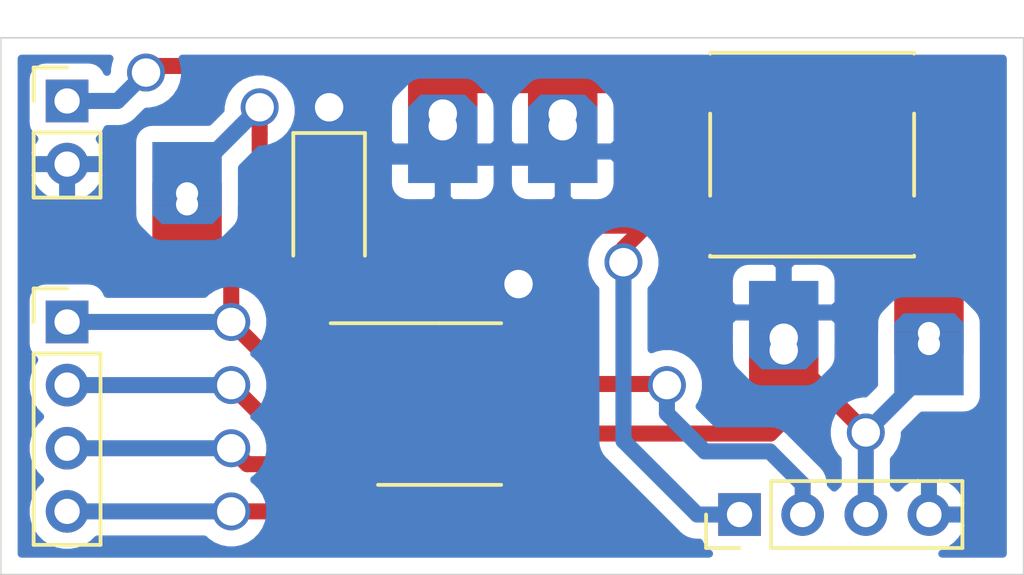
<source format=kicad_pcb>
(kicad_pcb (version 20171130) (host pcbnew "(5.1.5)-3")

  (general
    (thickness 1.6)
    (drawings 4)
    (tracks 76)
    (zones 0)
    (modules 11)
    (nets 11)
  )

  (page A4)
  (layers
    (0 F.Cu signal)
    (31 B.Cu signal)
    (32 B.Adhes user)
    (33 F.Adhes user)
    (34 B.Paste user)
    (35 F.Paste user)
    (36 B.SilkS user)
    (37 F.SilkS user)
    (38 B.Mask user)
    (39 F.Mask user)
    (40 Dwgs.User user hide)
    (41 Cmts.User user)
    (42 Eco1.User user)
    (43 Eco2.User user)
    (44 Edge.Cuts user)
    (45 Margin user)
    (46 B.CrtYd user)
    (47 F.CrtYd user)
    (48 B.Fab user)
    (49 F.Fab user hide)
  )

  (setup
    (last_trace_width 0.508)
    (user_trace_width 0.3048)
    (user_trace_width 0.508)
    (trace_clearance 0.254)
    (zone_clearance 0.508)
    (zone_45_only no)
    (trace_min 0.2)
    (via_size 1.2)
    (via_drill 0.9)
    (via_min_size 0.4)
    (via_min_drill 0.3)
    (user_via 1.2 0.9)
    (uvia_size 0.3)
    (uvia_drill 0.1)
    (uvias_allowed no)
    (uvia_min_size 0.2)
    (uvia_min_drill 0.1)
    (edge_width 0.05)
    (segment_width 0.2)
    (pcb_text_width 0.3)
    (pcb_text_size 1.5 1.5)
    (mod_edge_width 0.12)
    (mod_text_size 1 1)
    (mod_text_width 0.15)
    (pad_size 1.524 1.524)
    (pad_drill 0.762)
    (pad_to_mask_clearance 0.051)
    (solder_mask_min_width 0.25)
    (aux_axis_origin 0 0)
    (visible_elements 7FFFFFFF)
    (pcbplotparams
      (layerselection 0x010fc_ffffffff)
      (usegerberextensions false)
      (usegerberattributes false)
      (usegerberadvancedattributes false)
      (creategerberjobfile false)
      (excludeedgelayer true)
      (linewidth 0.100000)
      (plotframeref false)
      (viasonmask false)
      (mode 1)
      (useauxorigin false)
      (hpglpennumber 1)
      (hpglpenspeed 20)
      (hpglpendiameter 15.000000)
      (psnegative false)
      (psa4output false)
      (plotreference true)
      (plotvalue true)
      (plotinvisibletext false)
      (padsonsilk false)
      (subtractmaskfromsilk false)
      (outputformat 1)
      (mirror false)
      (drillshape 1)
      (scaleselection 1)
      (outputdirectory ""))
  )

  (net 0 "")
  (net 1 RST)
  (net 2 GND)
  (net 3 "Net-(C2-Pad1)")
  (net 4 VCC)
  (net 5 "Net-(J3-Pad4)")
  (net 6 "Net-(J3-Pad3)")
  (net 7 "Net-(J3-Pad2)")
  (net 8 "Net-(J3-Pad1)")
  (net 9 TST)
  (net 10 "Net-(D1-Pad2)")

  (net_class Default "This is the default net class."
    (clearance 0.254)
    (trace_width 0.254)
    (via_dia 1.2)
    (via_drill 0.9)
    (uvia_dia 0.3)
    (uvia_drill 0.1)
    (add_net GND)
    (add_net "Net-(C2-Pad1)")
    (add_net "Net-(D1-Pad2)")
    (add_net "Net-(J3-Pad1)")
    (add_net "Net-(J3-Pad2)")
    (add_net "Net-(J3-Pad3)")
    (add_net "Net-(J3-Pad4)")
    (add_net RST)
    (add_net TST)
    (add_net VCC)
  )

  (module thSMD:0603_2L (layer F.Cu) (tedit 5EC017AA) (tstamp 5EC08936)
    (at 82.5 51.7)
    (path /5EBF71E7)
    (zone_connect 1)
    (attr smd)
    (fp_text reference C1 (at 0 -2.5) (layer Dwgs.User)
      (effects (font (size 1 1) (thickness 0.15)))
    )
    (fp_text value 2.2nf (at 0 2.6) (layer Dwgs.User)
      (effects (font (size 1 1) (thickness 0.15)))
    )
    (fp_line (start -1.4 1.1) (end 1.4 1.1) (layer B.CrtYd) (width 0.12))
    (fp_poly (pts (xy 1.1 -0.4) (xy 1.1 0.4) (xy 0.7 0.8) (xy -0.7 0.8)
      (xy -1.1 0.4) (xy -1.1 -0.4)) (layer B.Cu) (width 0))
    (fp_line (start -1.4 1.1) (end -1.4 -2.3) (layer B.CrtYd) (width 0.12))
    (fp_line (start -1.4 -2.3) (end 1.4 -2.3) (layer B.CrtYd) (width 0.12))
    (fp_line (start 1.4 -2.3) (end 1.4 1.1) (layer B.CrtYd) (width 0.12))
    (fp_line (start -1.4 2.1) (end -1.4 -1.3) (layer F.CrtYd) (width 0.12))
    (fp_line (start 1.4 2.1) (end -1.4 2.1) (layer F.CrtYd) (width 0.12))
    (fp_line (start 1.4 -1.3) (end 1.4 2.1) (layer F.CrtYd) (width 0.12))
    (fp_line (start -1.4 -1.3) (end 1.4 -1.3) (layer F.CrtYd) (width 0.12))
    (fp_poly (pts (xy 1.1 -0.7) (xy 1.1 0.3) (xy -1.1 0.3) (xy -1.1 -0.7)
      (xy -0.6 -1.1) (xy 0.6 -1.1)) (layer F.Cu) (width 0))
    (fp_poly (pts (xy 1.1 0.4) (xy 0.7 0.8) (xy -0.7 0.8) (xy -1.1 0.4)
      (xy -1.1 -0.4) (xy 1.1 -0.4)) (layer B.Mask) (width 0))
    (fp_poly (pts (xy 1.1 -0.7) (xy 1.1 0.3) (xy -1.1 0.3) (xy -1.1 -0.7)
      (xy -0.6 -1.1) (xy 0.6 -1.1)) (layer F.Mask) (width 0))
    (pad 2 smd rect (at 0 -1.2) (size 2.2 1.6) (layers B.Cu B.Mask)
      (net 2 GND) (clearance 0.2) (zone_connect 1))
    (pad 1 smd rect (at 0 1.1) (size 2.2 1.6) (layers F.Cu F.Mask)
      (net 1 RST) (clearance 0.2) (zone_connect 1))
    (pad 1 thru_hole circle (at 0 0.2) (size 0.91 0.91) (drill 0.9) (layers *.Cu)
      (net 1 RST) (clearance 0.01) (zone_connect 2))
    (pad 1 thru_hole circle (at 0 -0.2) (size 0.91 0.91) (drill 0.9) (layers *.Cu)
      (net 1 RST) (clearance 0.01) (zone_connect 2))
  )

  (module thSMD:0603_2L (layer F.Cu) (tedit 5EC017AA) (tstamp 5EC0894A)
    (at 75.5 44.6 180)
    (path /5EBFDE1E)
    (zone_connect 1)
    (attr smd)
    (fp_text reference C2 (at 0 -2.5 180) (layer Dwgs.User)
      (effects (font (size 1 1) (thickness 0.15)))
    )
    (fp_text value 10uf (at 0 2.6 180) (layer Dwgs.User)
      (effects (font (size 1 1) (thickness 0.15)))
    )
    (fp_line (start -1.4 1.1) (end 1.4 1.1) (layer B.CrtYd) (width 0.12))
    (fp_poly (pts (xy 1.1 -0.4) (xy 1.1 0.4) (xy 0.7 0.8) (xy -0.7 0.8)
      (xy -1.1 0.4) (xy -1.1 -0.4)) (layer B.Cu) (width 0))
    (fp_line (start -1.4 1.1) (end -1.4 -2.3) (layer B.CrtYd) (width 0.12))
    (fp_line (start -1.4 -2.3) (end 1.4 -2.3) (layer B.CrtYd) (width 0.12))
    (fp_line (start 1.4 -2.3) (end 1.4 1.1) (layer B.CrtYd) (width 0.12))
    (fp_line (start -1.4 2.1) (end -1.4 -1.3) (layer F.CrtYd) (width 0.12))
    (fp_line (start 1.4 2.1) (end -1.4 2.1) (layer F.CrtYd) (width 0.12))
    (fp_line (start 1.4 -1.3) (end 1.4 2.1) (layer F.CrtYd) (width 0.12))
    (fp_line (start -1.4 -1.3) (end 1.4 -1.3) (layer F.CrtYd) (width 0.12))
    (fp_poly (pts (xy 1.1 -0.7) (xy 1.1 0.3) (xy -1.1 0.3) (xy -1.1 -0.7)
      (xy -0.6 -1.1) (xy 0.6 -1.1)) (layer F.Cu) (width 0))
    (fp_poly (pts (xy 1.1 0.4) (xy 0.7 0.8) (xy -0.7 0.8) (xy -1.1 0.4)
      (xy -1.1 -0.4) (xy 1.1 -0.4)) (layer B.Mask) (width 0))
    (fp_poly (pts (xy 1.1 -0.7) (xy 1.1 0.3) (xy -1.1 0.3) (xy -1.1 -0.7)
      (xy -0.6 -1.1) (xy 0.6 -1.1)) (layer F.Mask) (width 0))
    (pad 2 smd rect (at 0 -1.2 180) (size 2.2 1.6) (layers B.Cu B.Mask)
      (net 2 GND) (clearance 0.2) (zone_connect 1))
    (pad 1 smd rect (at 0 1.1 180) (size 2.2 1.6) (layers F.Cu F.Mask)
      (net 3 "Net-(C2-Pad1)") (clearance 0.2) (zone_connect 1))
    (pad 1 thru_hole circle (at 0 0.2 180) (size 0.91 0.91) (drill 0.9) (layers *.Cu)
      (net 3 "Net-(C2-Pad1)") (clearance 0.01) (zone_connect 2))
    (pad 1 thru_hole circle (at 0 -0.2 180) (size 0.91 0.91) (drill 0.9) (layers *.Cu)
      (net 3 "Net-(C2-Pad1)") (clearance 0.01) (zone_connect 2))
  )

  (module thSMD:0603_2L (layer F.Cu) (tedit 5EC017AA) (tstamp 5EC0895E)
    (at 71.7 44.6 180)
    (path /5EBFE26A)
    (zone_connect 1)
    (attr smd)
    (fp_text reference C3 (at 0 -2.5) (layer Dwgs.User)
      (effects (font (size 1 1) (thickness 0.15)))
    )
    (fp_text value 100nf (at 0 2.6) (layer Dwgs.User)
      (effects (font (size 1 1) (thickness 0.15)))
    )
    (fp_line (start -1.4 1.1) (end 1.4 1.1) (layer B.CrtYd) (width 0.12))
    (fp_poly (pts (xy 1.1 -0.4) (xy 1.1 0.4) (xy 0.7 0.8) (xy -0.7 0.8)
      (xy -1.1 0.4) (xy -1.1 -0.4)) (layer B.Cu) (width 0))
    (fp_line (start -1.4 1.1) (end -1.4 -2.3) (layer B.CrtYd) (width 0.12))
    (fp_line (start -1.4 -2.3) (end 1.4 -2.3) (layer B.CrtYd) (width 0.12))
    (fp_line (start 1.4 -2.3) (end 1.4 1.1) (layer B.CrtYd) (width 0.12))
    (fp_line (start -1.4 2.1) (end -1.4 -1.3) (layer F.CrtYd) (width 0.12))
    (fp_line (start 1.4 2.1) (end -1.4 2.1) (layer F.CrtYd) (width 0.12))
    (fp_line (start 1.4 -1.3) (end 1.4 2.1) (layer F.CrtYd) (width 0.12))
    (fp_line (start -1.4 -1.3) (end 1.4 -1.3) (layer F.CrtYd) (width 0.12))
    (fp_poly (pts (xy 1.1 -0.7) (xy 1.1 0.3) (xy -1.1 0.3) (xy -1.1 -0.7)
      (xy -0.6 -1.1) (xy 0.6 -1.1)) (layer F.Cu) (width 0))
    (fp_poly (pts (xy 1.1 0.4) (xy 0.7 0.8) (xy -0.7 0.8) (xy -1.1 0.4)
      (xy -1.1 -0.4) (xy 1.1 -0.4)) (layer B.Mask) (width 0))
    (fp_poly (pts (xy 1.1 -0.7) (xy 1.1 0.3) (xy -1.1 0.3) (xy -1.1 -0.7)
      (xy -0.6 -1.1) (xy 0.6 -1.1)) (layer F.Mask) (width 0))
    (pad 2 smd rect (at 0 -1.2 180) (size 2.2 1.6) (layers B.Cu B.Mask)
      (net 2 GND) (clearance 0.2) (zone_connect 1))
    (pad 1 smd rect (at 0 1.1 180) (size 2.2 1.6) (layers F.Cu F.Mask)
      (net 3 "Net-(C2-Pad1)") (clearance 0.2) (zone_connect 1))
    (pad 1 thru_hole circle (at 0 0.2 180) (size 0.91 0.91) (drill 0.9) (layers *.Cu)
      (net 3 "Net-(C2-Pad1)") (clearance 0.01) (zone_connect 2))
    (pad 1 thru_hole circle (at 0 -0.2 180) (size 0.91 0.91) (drill 0.9) (layers *.Cu)
      (net 3 "Net-(C2-Pad1)") (clearance 0.01) (zone_connect 2))
  )

  (module thSMD:0603_1L (layer F.Cu) (tedit 5EC0138A) (tstamp 5EC09D68)
    (at 87.1 51.525 180)
    (path /5EBF6DC2)
    (zone_connect 2)
    (attr smd)
    (fp_text reference R1 (at 0 -2.3) (layer Dwgs.User)
      (effects (font (size 1 1) (thickness 0.15)))
    )
    (fp_text value 47k (at 0 2.4) (layer Dwgs.User)
      (effects (font (size 1 1) (thickness 0.15)))
    )
    (fp_poly (pts (xy 1.1 0.5) (xy 0.8 0.8) (xy -0.8 0.8) (xy -1.1 0.5)
      (xy -1.1 0.2) (xy 1.1 0.2)) (layer B.Mask) (width 0))
    (fp_poly (pts (xy 1.1 -0.5) (xy 1.1 -0.2) (xy -1.1 -0.2) (xy -1.1 -0.5)
      (xy -0.7 -0.8) (xy 0.7 -0.8)) (layer F.Mask) (width 0))
    (fp_line (start -1.4 -0.9) (end 1.4 -0.9) (layer F.CrtYd) (width 0.12))
    (fp_line (start 1.4 -0.9) (end 1.4 2) (layer F.CrtYd) (width 0.12))
    (fp_line (start 1.4 2) (end -1.4 2) (layer F.CrtYd) (width 0.12))
    (fp_line (start -1.4 2) (end -1.4 -0.9) (layer F.CrtYd) (width 0.12))
    (fp_line (start 1.4 -2) (end 1.4 1) (layer B.CrtYd) (width 0.12))
    (fp_line (start -1.4 -2) (end 1.4 -2) (layer B.CrtYd) (width 0.12))
    (fp_line (start -1.4 1) (end -1.4 -2) (layer B.CrtYd) (width 0.12))
    (fp_line (start 1.4 1) (end -1.4 1) (layer B.CrtYd) (width 0.12))
    (fp_poly (pts (xy 1.1 -0.5) (xy 1.1 -0.2) (xy -1.1 -0.2) (xy -1.1 -0.5)
      (xy -0.7 -0.8) (xy 0.7 -0.8)) (layer F.Cu) (width 0))
    (fp_poly (pts (xy 1.1 0.5) (xy 0.8 0.8) (xy -0.8 0.8) (xy -1.1 0.5)
      (xy -1.1 0.2) (xy 1.1 0.2)) (layer B.Cu) (width 0))
    (pad 1 thru_hole circle (at 0 -0.175 180) (size 0.71 0.71) (drill 0.7) (layers *.Cu)
      (net 4 VCC) (clearance 0.01) (zone_connect 2))
    (pad 1 thru_hole circle (at 0 0.175 180) (size 0.71 0.71) (drill 0.7) (layers *.Cu)
      (net 4 VCC) (clearance 0.01) (zone_connect 2))
    (pad 2 smd rect (at 0 -0.8 180) (size 2.2 2) (layers B.Cu B.Mask)
      (net 1 RST) (zone_connect 0))
    (pad 1 smd rect (at 0 0.8 180) (size 2.2 2) (layers F.Cu F.Mask)
      (net 4 VCC) (zone_connect 0))
  )

  (module Button_Switch_SMD:SW_Push_1P1T_NO_6x6mm_H9.5mm (layer F.Cu) (tedit 5CA1CA7F) (tstamp 5EC05C50)
    (at 83.4 45.7)
    (descr "tactile push button, 6x6mm e.g. PTS645xx series, height=9.5mm")
    (tags "tact sw push 6mm smd")
    (path /5EC1A6E2)
    (attr smd)
    (fp_text reference SW1 (at 0 -4.05) (layer Dwgs.User)
      (effects (font (size 1 1) (thickness 0.15)))
    )
    (fp_text value SW_Push (at 0 4.15) (layer F.Fab)
      (effects (font (size 1 1) (thickness 0.15)))
    )
    (fp_text user %R (at 0 -4.05) (layer F.Fab)
      (effects (font (size 1 1) (thickness 0.15)))
    )
    (fp_line (start -3 -3) (end -3 3) (layer F.Fab) (width 0.1))
    (fp_line (start -3 3) (end 3 3) (layer F.Fab) (width 0.1))
    (fp_line (start 3 3) (end 3 -3) (layer F.Fab) (width 0.1))
    (fp_line (start 3 -3) (end -3 -3) (layer F.Fab) (width 0.1))
    (fp_line (start 5 3.25) (end 5 -3.25) (layer F.CrtYd) (width 0.05))
    (fp_line (start -5 -3.25) (end -5 3.25) (layer F.CrtYd) (width 0.05))
    (fp_line (start -5 3.25) (end 5 3.25) (layer F.CrtYd) (width 0.05))
    (fp_line (start -5 -3.25) (end 5 -3.25) (layer F.CrtYd) (width 0.05))
    (fp_line (start 3.23 -3.23) (end 3.23 -3.2) (layer F.SilkS) (width 0.12))
    (fp_line (start 3.23 3.23) (end 3.23 3.2) (layer F.SilkS) (width 0.12))
    (fp_line (start -3.23 3.23) (end -3.23 3.2) (layer F.SilkS) (width 0.12))
    (fp_line (start -3.23 -3.2) (end -3.23 -3.23) (layer F.SilkS) (width 0.12))
    (fp_line (start 3.23 -1.3) (end 3.23 1.3) (layer F.SilkS) (width 0.12))
    (fp_line (start -3.23 -3.23) (end 3.23 -3.23) (layer F.SilkS) (width 0.12))
    (fp_line (start -3.23 -1.3) (end -3.23 1.3) (layer F.SilkS) (width 0.12))
    (fp_line (start -3.23 3.23) (end 3.23 3.23) (layer F.SilkS) (width 0.12))
    (fp_circle (center 0 0) (end 1.75 -0.05) (layer F.Fab) (width 0.1))
    (pad 2 smd rect (at -3.975 2.25) (size 1.55 1.3) (layers F.Cu F.Paste F.Mask)
      (net 4 VCC))
    (pad 1 smd rect (at -3.975 -2.25) (size 1.55 1.3) (layers F.Cu F.Paste F.Mask)
      (net 3 "Net-(C2-Pad1)"))
    (pad 1 smd rect (at 3.975 -2.25) (size 1.55 1.3) (layers F.Cu F.Paste F.Mask)
      (net 3 "Net-(C2-Pad1)"))
    (pad 2 smd rect (at 3.975 2.25) (size 1.55 1.3) (layers F.Cu F.Paste F.Mask)
      (net 4 VCC))
    (model ${KISYS3DMOD}/Button_Switch_SMD.3dshapes/SW_PUSH_6mm_H9.5mm.wrl
      (at (xyz 0 0 0))
      (scale (xyz 1 1 1))
      (rotate (xyz 0 0 0))
    )
  )

  (module thSMD:PinHeader_1x02_P2.00mm_Vertical (layer F.Cu) (tedit 5EBFF819) (tstamp 5EC08972)
    (at 59.8 44)
    (descr "Through hole straight pin header, 1x02, 2.00mm pitch, single row")
    (tags "Through hole pin header THT 1x02 2.00mm single row")
    (path /5EBF7792)
    (fp_text reference J1 (at 0 -2.06) (layer Dwgs.User)
      (effects (font (size 1 1) (thickness 0.15)))
    )
    (fp_text value Power (at 0 4.06) (layer F.Fab)
      (effects (font (size 1 1) (thickness 0.15)))
    )
    (fp_line (start -0.5 -1) (end 1 -1) (layer F.Fab) (width 0.1))
    (fp_line (start 1 -1) (end 1 3) (layer F.Fab) (width 0.1))
    (fp_line (start 1 3) (end -1 3) (layer F.Fab) (width 0.1))
    (fp_line (start -1 3) (end -1 -0.5) (layer F.Fab) (width 0.1))
    (fp_line (start -1 -0.5) (end -0.5 -1) (layer F.Fab) (width 0.1))
    (fp_line (start -1.06 3.06) (end 1.06 3.06) (layer F.SilkS) (width 0.12))
    (fp_line (start -1.06 1) (end -1.06 3.06) (layer F.SilkS) (width 0.12))
    (fp_line (start 1.06 1) (end 1.06 3.06) (layer F.SilkS) (width 0.12))
    (fp_line (start -1.06 1) (end 1.06 1) (layer F.SilkS) (width 0.12))
    (fp_line (start -1.06 0) (end -1.06 -1.06) (layer F.SilkS) (width 0.12))
    (fp_line (start -1.06 -1.06) (end 0 -1.06) (layer F.SilkS) (width 0.12))
    (fp_line (start -1.5 -1.5) (end -1.5 3.5) (layer F.CrtYd) (width 0.05))
    (fp_line (start -1.5 3.5) (end 1.5 3.5) (layer F.CrtYd) (width 0.05))
    (fp_line (start 1.5 3.5) (end 1.5 -1.5) (layer F.CrtYd) (width 0.05))
    (fp_line (start 1.5 -1.5) (end -1.5 -1.5) (layer F.CrtYd) (width 0.05))
    (fp_text user %R (at 0 1 90) (layer F.Fab)
      (effects (font (size 1 1) (thickness 0.15)))
    )
    (pad 1 thru_hole rect (at 0 0) (size 1.35 1.35) (drill 0.8) (layers *.Mask B.Cu)
      (net 3 "Net-(C2-Pad1)"))
    (pad 2 thru_hole oval (at 0 2) (size 1.35 1.35) (drill 0.8) (layers *.Mask B.Cu)
      (net 2 GND))
    (model ${KISYS3DMOD}/Connector_PinHeader_2.00mm.3dshapes/PinHeader_1x02_P2.00mm_Vertical.wrl
      (at (xyz 0 0 0))
      (scale (xyz 1 1 1))
      (rotate (xyz 0 0 0))
    )
  )

  (module thSMD:PinHeader_1x04_P2.00mm_Vertical_BCu (layer F.Cu) (tedit 5EBFF87C) (tstamp 5EC08987)
    (at 81.1 57.1 90)
    (descr "Through hole straight pin header, 1x04, 2.00mm pitch, single row")
    (tags "Through hole pin header THT 1x04 2.00mm single row")
    (path /5EC03805)
    (fp_text reference J2 (at 0 -2.06 90) (layer Dwgs.User)
      (effects (font (size 1 1) (thickness 0.15)))
    )
    (fp_text value Programmer (at 2.8 8.06 90) (layer F.Fab)
      (effects (font (size 1 1) (thickness 0.15)))
    )
    (fp_text user %R (at 0 3 180) (layer F.Fab)
      (effects (font (size 1 1) (thickness 0.15)))
    )
    (fp_line (start 1.5 -1.5) (end -1.5 -1.5) (layer F.CrtYd) (width 0.05))
    (fp_line (start 1.5 7.5) (end 1.5 -1.5) (layer F.CrtYd) (width 0.05))
    (fp_line (start -1.5 7.5) (end 1.5 7.5) (layer F.CrtYd) (width 0.05))
    (fp_line (start -1.5 -1.5) (end -1.5 7.5) (layer F.CrtYd) (width 0.05))
    (fp_line (start -1.06 -1.06) (end 0 -1.06) (layer F.SilkS) (width 0.12))
    (fp_line (start -1.06 0) (end -1.06 -1.06) (layer F.SilkS) (width 0.12))
    (fp_line (start -1.06 1) (end 1.06 1) (layer F.SilkS) (width 0.12))
    (fp_line (start 1.06 1) (end 1.06 7.06) (layer F.SilkS) (width 0.12))
    (fp_line (start -1.06 1) (end -1.06 7.06) (layer F.SilkS) (width 0.12))
    (fp_line (start -1.06 7.06) (end 1.06 7.06) (layer F.SilkS) (width 0.12))
    (fp_line (start -1 -0.5) (end -0.5 -1) (layer F.Fab) (width 0.1))
    (fp_line (start -1 7) (end -1 -0.5) (layer F.Fab) (width 0.1))
    (fp_line (start 1 7) (end -1 7) (layer F.Fab) (width 0.1))
    (fp_line (start 1 -1) (end 1 7) (layer F.Fab) (width 0.1))
    (fp_line (start -0.5 -1) (end 1 -1) (layer F.Fab) (width 0.1))
    (pad 4 thru_hole oval (at 0 6 90) (size 1.35 1.35) (drill 0.8) (layers *.Mask B.Cu)
      (net 2 GND))
    (pad 3 thru_hole oval (at 0 4 90) (size 1.35 1.35) (drill 0.8) (layers *.Mask B.Cu)
      (net 1 RST))
    (pad 2 thru_hole oval (at 0 2 90) (size 1.35 1.35) (drill 0.8) (layers *.Mask B.Cu)
      (net 9 TST))
    (pad 1 thru_hole rect (at 0 0 90) (size 1.35 1.35) (drill 0.8) (layers *.Mask B.Cu)
      (net 4 VCC))
    (model ${KISYS3DMOD}/Connector_PinHeader_2.00mm.3dshapes/PinHeader_1x04_P2.00mm_Vertical.wrl
      (at (xyz 0 0 0))
      (scale (xyz 1 1 1))
      (rotate (xyz 0 0 0))
    )
  )

  (module thSMD:PinHeader_1x04_P2.00mm_Vertical_BCu (layer F.Cu) (tedit 5EBFF87C) (tstamp 5EC0899E)
    (at 59.8 51)
    (descr "Through hole straight pin header, 1x04, 2.00mm pitch, single row")
    (tags "Through hole pin header THT 1x04 2.00mm single row")
    (path /5EC117C6)
    (fp_text reference J3 (at 0 -2.06) (layer Dwgs.User)
      (effects (font (size 1 1) (thickness 0.15)))
    )
    (fp_text value GPIO (at 0 8.06) (layer F.Fab)
      (effects (font (size 1 1) (thickness 0.15)))
    )
    (fp_line (start -0.5 -1) (end 1 -1) (layer F.Fab) (width 0.1))
    (fp_line (start 1 -1) (end 1 7) (layer F.Fab) (width 0.1))
    (fp_line (start 1 7) (end -1 7) (layer F.Fab) (width 0.1))
    (fp_line (start -1 7) (end -1 -0.5) (layer F.Fab) (width 0.1))
    (fp_line (start -1 -0.5) (end -0.5 -1) (layer F.Fab) (width 0.1))
    (fp_line (start -1.06 7.06) (end 1.06 7.06) (layer F.SilkS) (width 0.12))
    (fp_line (start -1.06 1) (end -1.06 7.06) (layer F.SilkS) (width 0.12))
    (fp_line (start 1.06 1) (end 1.06 7.06) (layer F.SilkS) (width 0.12))
    (fp_line (start -1.06 1) (end 1.06 1) (layer F.SilkS) (width 0.12))
    (fp_line (start -1.06 0) (end -1.06 -1.06) (layer F.SilkS) (width 0.12))
    (fp_line (start -1.06 -1.06) (end 0 -1.06) (layer F.SilkS) (width 0.12))
    (fp_line (start -1.5 -1.5) (end -1.5 7.5) (layer F.CrtYd) (width 0.05))
    (fp_line (start -1.5 7.5) (end 1.5 7.5) (layer F.CrtYd) (width 0.05))
    (fp_line (start 1.5 7.5) (end 1.5 -1.5) (layer F.CrtYd) (width 0.05))
    (fp_line (start 1.5 -1.5) (end -1.5 -1.5) (layer F.CrtYd) (width 0.05))
    (fp_text user %R (at 0 3 270) (layer F.Fab)
      (effects (font (size 1 1) (thickness 0.15)))
    )
    (pad 1 thru_hole rect (at 0 0) (size 1.35 1.35) (drill 0.8) (layers *.Mask B.Cu)
      (net 8 "Net-(J3-Pad1)"))
    (pad 2 thru_hole oval (at 0 2) (size 1.35 1.35) (drill 0.8) (layers *.Mask B.Cu)
      (net 7 "Net-(J3-Pad2)"))
    (pad 3 thru_hole oval (at 0 4) (size 1.35 1.35) (drill 0.8) (layers *.Mask B.Cu)
      (net 6 "Net-(J3-Pad3)"))
    (pad 4 thru_hole oval (at 0 6) (size 1.35 1.35) (drill 0.8) (layers *.Mask B.Cu)
      (net 5 "Net-(J3-Pad4)"))
    (model ${KISYS3DMOD}/Connector_PinHeader_2.00mm.3dshapes/PinHeader_1x04_P2.00mm_Vertical.wrl
      (at (xyz 0 0 0))
      (scale (xyz 1 1 1))
      (rotate (xyz 0 0 0))
    )
  )

  (module Package_SO:SOIC-8_3.9x4.9mm_P1.27mm (layer F.Cu) (tedit 5D9F72B1) (tstamp 5EC08A12)
    (at 71.6 53.6)
    (descr "SOIC, 8 Pin (JEDEC MS-012AA, https://www.analog.com/media/en/package-pcb-resources/package/pkg_pdf/soic_narrow-r/r_8.pdf), generated with kicad-footprint-generator ipc_gullwing_generator.py")
    (tags "SOIC SO")
    (path /5EBF60C0)
    (attr smd)
    (fp_text reference U1 (at 0 -3.4) (layer Dwgs.User)
      (effects (font (size 1 1) (thickness 0.15)))
    )
    (fp_text value MSP430G2230ID (at 0 3.4) (layer F.Fab)
      (effects (font (size 1 1) (thickness 0.15)))
    )
    (fp_line (start 0 2.56) (end 1.95 2.56) (layer F.SilkS) (width 0.12))
    (fp_line (start 0 2.56) (end -1.95 2.56) (layer F.SilkS) (width 0.12))
    (fp_line (start 0 -2.56) (end 1.95 -2.56) (layer F.SilkS) (width 0.12))
    (fp_line (start 0 -2.56) (end -3.45 -2.56) (layer F.SilkS) (width 0.12))
    (fp_line (start -0.975 -2.45) (end 1.95 -2.45) (layer F.Fab) (width 0.1))
    (fp_line (start 1.95 -2.45) (end 1.95 2.45) (layer F.Fab) (width 0.1))
    (fp_line (start 1.95 2.45) (end -1.95 2.45) (layer F.Fab) (width 0.1))
    (fp_line (start -1.95 2.45) (end -1.95 -1.475) (layer F.Fab) (width 0.1))
    (fp_line (start -1.95 -1.475) (end -0.975 -2.45) (layer F.Fab) (width 0.1))
    (fp_line (start -3.7 -2.7) (end -3.7 2.7) (layer F.CrtYd) (width 0.05))
    (fp_line (start -3.7 2.7) (end 3.7 2.7) (layer F.CrtYd) (width 0.05))
    (fp_line (start 3.7 2.7) (end 3.7 -2.7) (layer F.CrtYd) (width 0.05))
    (fp_line (start 3.7 -2.7) (end -3.7 -2.7) (layer F.CrtYd) (width 0.05))
    (fp_text user %R (at 0 0) (layer F.Fab)
      (effects (font (size 0.98 0.98) (thickness 0.15)))
    )
    (pad 1 smd roundrect (at -2.475 -1.905) (size 1.95 0.6) (layers F.Cu F.Paste F.Mask) (roundrect_rratio 0.25)
      (net 4 VCC))
    (pad 2 smd roundrect (at -2.475 -0.635) (size 1.95 0.6) (layers F.Cu F.Paste F.Mask) (roundrect_rratio 0.25)
      (net 8 "Net-(J3-Pad1)"))
    (pad 3 smd roundrect (at -2.475 0.635) (size 1.95 0.6) (layers F.Cu F.Paste F.Mask) (roundrect_rratio 0.25)
      (net 7 "Net-(J3-Pad2)"))
    (pad 4 smd roundrect (at -2.475 1.905) (size 1.95 0.6) (layers F.Cu F.Paste F.Mask) (roundrect_rratio 0.25)
      (net 6 "Net-(J3-Pad3)"))
    (pad 5 smd roundrect (at 2.475 1.905) (size 1.95 0.6) (layers F.Cu F.Paste F.Mask) (roundrect_rratio 0.25)
      (net 5 "Net-(J3-Pad4)"))
    (pad 6 smd roundrect (at 2.475 0.635) (size 1.95 0.6) (layers F.Cu F.Paste F.Mask) (roundrect_rratio 0.25)
      (net 1 RST))
    (pad 7 smd roundrect (at 2.475 -0.635) (size 1.95 0.6) (layers F.Cu F.Paste F.Mask) (roundrect_rratio 0.25)
      (net 9 TST))
    (pad 8 smd roundrect (at 2.475 -1.905) (size 1.95 0.6) (layers F.Cu F.Paste F.Mask) (roundrect_rratio 0.25)
      (net 2 GND))
    (model ${KISYS3DMOD}/Package_SO.3dshapes/SOIC-8_3.9x4.9mm_P1.27mm.wrl
      (at (xyz 0 0 0))
      (scale (xyz 1 1 1))
      (rotate (xyz 0 0 0))
    )
  )

  (module LED_SMD:LED_1206_3216Metric (layer F.Cu) (tedit 5B301BBE) (tstamp 5EC0B43E)
    (at 68.1 47.3 270)
    (descr "LED SMD 1206 (3216 Metric), square (rectangular) end terminal, IPC_7351 nominal, (Body size source: http://www.tortai-tech.com/upload/download/2011102023233369053.pdf), generated with kicad-footprint-generator")
    (tags diode)
    (path /5EC52B43)
    (attr smd)
    (fp_text reference D1 (at 0 -1.82 90) (layer Dwgs.User)
      (effects (font (size 1 1) (thickness 0.15)))
    )
    (fp_text value LED (at 0 1.82 90) (layer F.Fab)
      (effects (font (size 1 1) (thickness 0.15)))
    )
    (fp_line (start 1.6 -0.8) (end -1.2 -0.8) (layer F.Fab) (width 0.1))
    (fp_line (start -1.2 -0.8) (end -1.6 -0.4) (layer F.Fab) (width 0.1))
    (fp_line (start -1.6 -0.4) (end -1.6 0.8) (layer F.Fab) (width 0.1))
    (fp_line (start -1.6 0.8) (end 1.6 0.8) (layer F.Fab) (width 0.1))
    (fp_line (start 1.6 0.8) (end 1.6 -0.8) (layer F.Fab) (width 0.1))
    (fp_line (start 1.6 -1.135) (end -2.285 -1.135) (layer F.SilkS) (width 0.12))
    (fp_line (start -2.285 -1.135) (end -2.285 1.135) (layer F.SilkS) (width 0.12))
    (fp_line (start -2.285 1.135) (end 1.6 1.135) (layer F.SilkS) (width 0.12))
    (fp_line (start -2.28 1.12) (end -2.28 -1.12) (layer F.CrtYd) (width 0.05))
    (fp_line (start -2.28 -1.12) (end 2.28 -1.12) (layer F.CrtYd) (width 0.05))
    (fp_line (start 2.28 -1.12) (end 2.28 1.12) (layer F.CrtYd) (width 0.05))
    (fp_line (start 2.28 1.12) (end -2.28 1.12) (layer F.CrtYd) (width 0.05))
    (fp_text user %R (at 0 0 90) (layer F.Fab)
      (effects (font (size 0.8 0.8) (thickness 0.12)))
    )
    (pad 1 smd roundrect (at -1.4 0 270) (size 1.25 1.75) (layers F.Cu F.Paste F.Mask) (roundrect_rratio 0.2)
      (net 2 GND))
    (pad 2 smd roundrect (at 1.4 0 270) (size 1.25 1.75) (layers F.Cu F.Paste F.Mask) (roundrect_rratio 0.2)
      (net 10 "Net-(D1-Pad2)"))
    (model ${KISYS3DMOD}/LED_SMD.3dshapes/LED_1206_3216Metric.wrl
      (at (xyz 0 0 0))
      (scale (xyz 1 1 1))
      (rotate (xyz 0 0 0))
    )
  )

  (module thSMD:0603_1L (layer F.Cu) (tedit 5EC0138A) (tstamp 5EC0B452)
    (at 63.6 47.1)
    (path /5EC551DF)
    (zone_connect 2)
    (attr smd)
    (fp_text reference R2 (at 0 -2.3 180) (layer Dwgs.User)
      (effects (font (size 1 1) (thickness 0.15)))
    )
    (fp_text value 220 (at 0 2.4 180) (layer Dwgs.User)
      (effects (font (size 1 1) (thickness 0.15)))
    )
    (fp_poly (pts (xy 1.1 0.5) (xy 0.8 0.8) (xy -0.8 0.8) (xy -1.1 0.5)
      (xy -1.1 0.2) (xy 1.1 0.2)) (layer B.Cu) (width 0))
    (fp_poly (pts (xy 1.1 -0.5) (xy 1.1 -0.2) (xy -1.1 -0.2) (xy -1.1 -0.5)
      (xy -0.7 -0.8) (xy 0.7 -0.8)) (layer F.Cu) (width 0))
    (fp_line (start 1.4 1) (end -1.4 1) (layer B.CrtYd) (width 0.12))
    (fp_line (start -1.4 1) (end -1.4 -2) (layer B.CrtYd) (width 0.12))
    (fp_line (start -1.4 -2) (end 1.4 -2) (layer B.CrtYd) (width 0.12))
    (fp_line (start 1.4 -2) (end 1.4 1) (layer B.CrtYd) (width 0.12))
    (fp_line (start -1.4 2) (end -1.4 -0.9) (layer F.CrtYd) (width 0.12))
    (fp_line (start 1.4 2) (end -1.4 2) (layer F.CrtYd) (width 0.12))
    (fp_line (start 1.4 -0.9) (end 1.4 2) (layer F.CrtYd) (width 0.12))
    (fp_line (start -1.4 -0.9) (end 1.4 -0.9) (layer F.CrtYd) (width 0.12))
    (fp_poly (pts (xy 1.1 -0.5) (xy 1.1 -0.2) (xy -1.1 -0.2) (xy -1.1 -0.5)
      (xy -0.7 -0.8) (xy 0.7 -0.8)) (layer F.Mask) (width 0))
    (fp_poly (pts (xy 1.1 0.5) (xy 0.8 0.8) (xy -0.8 0.8) (xy -1.1 0.5)
      (xy -1.1 0.2) (xy 1.1 0.2)) (layer B.Mask) (width 0))
    (pad 1 smd rect (at 0 0.8) (size 2.2 2) (layers F.Cu F.Mask)
      (net 8 "Net-(J3-Pad1)") (zone_connect 0))
    (pad 2 smd rect (at 0 -0.8) (size 2.2 2) (layers B.Cu B.Mask)
      (net 10 "Net-(D1-Pad2)") (zone_connect 0))
    (pad 1 thru_hole circle (at 0 0.175) (size 0.71 0.71) (drill 0.7) (layers *.Cu)
      (net 8 "Net-(J3-Pad1)") (clearance 0.01) (zone_connect 2))
    (pad 1 thru_hole circle (at 0 -0.175) (size 0.71 0.71) (drill 0.7) (layers *.Cu)
      (net 8 "Net-(J3-Pad1)") (clearance 0.01) (zone_connect 2))
  )

  (gr_line (start 57.7 59) (end 57.7 42) (layer Edge.Cuts) (width 0.05) (tstamp 5EC06E7C))
  (gr_line (start 90.1 59) (end 57.7 59) (layer Edge.Cuts) (width 0.05) (tstamp 5EC0B524))
  (gr_line (start 90.1 42) (end 90.1 59) (layer Edge.Cuts) (width 0.05))
  (gr_line (start 57.7 42) (end 90.1 42) (layer Edge.Cuts) (width 0.05))

  (via (at 85.1 54.5) (size 1.2) (drill 0.9) (layers F.Cu B.Cu) (net 1))
  (segment (start 82.5 52.6) (end 83.2 52.6) (width 0.508) (layer F.Cu) (net 1))
  (segment (start 83.2 52.6) (end 85.1 54.5) (width 0.508) (layer F.Cu) (net 1))
  (segment (start 85.1 54.5) (end 85.1 57.1) (width 0.508) (layer B.Cu) (net 1))
  (segment (start 82.5 54.108) (end 82.5 52.6) (width 0.508) (layer F.Cu) (net 1))
  (segment (start 82.073 54.535) (end 82.5 54.108) (width 0.508) (layer F.Cu) (net 1))
  (segment (start 74.375 54.535) (end 82.073 54.535) (width 0.508) (layer F.Cu) (net 1))
  (segment (start 74.075 54.235) (end 74.375 54.535) (width 0.508) (layer F.Cu) (net 1))
  (segment (start 87.036999 52.563001) (end 87.1 52.563001) (width 0.508) (layer B.Cu) (net 1))
  (segment (start 85.1 54.5) (end 87.036999 52.563001) (width 0.508) (layer B.Cu) (net 1))
  (via (at 68.1 44.2) (size 1.2) (drill 0.9) (layers F.Cu B.Cu) (net 2))
  (segment (start 68.1 45.9) (end 68.1 44.2) (width 0.508) (layer F.Cu) (net 2))
  (segment (start 69.663001 45.763001) (end 71.7 45.763001) (width 0.508) (layer B.Cu) (net 2))
  (segment (start 68.1 44.2) (end 69.663001 45.763001) (width 0.508) (layer B.Cu) (net 2))
  (via (at 74.1 49.8) (size 1.2) (drill 0.9) (layers F.Cu B.Cu) (net 2))
  (segment (start 74.075 51.695) (end 74.075 49.825) (width 0.508) (layer F.Cu) (net 2))
  (segment (start 74.075 49.825) (end 74.1 49.8) (width 0.508) (layer F.Cu) (net 2))
  (segment (start 71.7 45.8) (end 75.5 45.8) (width 0.508) (layer B.Cu) (net 2))
  (via (at 62.300002 43.1) (size 1.2) (drill 0.9) (layers F.Cu B.Cu) (net 3))
  (segment (start 61.400002 44) (end 62.300002 43.1) (width 0.508) (layer B.Cu) (net 3))
  (segment (start 59.8 44) (end 61.400002 44) (width 0.508) (layer B.Cu) (net 3))
  (segment (start 71.7 43.5) (end 75.5 43.5) (width 0.508) (layer F.Cu) (net 3))
  (segment (start 79.375 43.5) (end 79.425 43.45) (width 0.508) (layer F.Cu) (net 3))
  (segment (start 75.5 43.5) (end 79.375 43.5) (width 0.508) (layer F.Cu) (net 3))
  (segment (start 62.508004 42.891998) (end 62.300002 43.1) (width 0.508) (layer F.Cu) (net 3))
  (segment (start 71.7 43.7) (end 70.891998 42.891998) (width 0.508) (layer F.Cu) (net 3))
  (segment (start 70.891998 42.891998) (end 62.508004 42.891998) (width 0.508) (layer F.Cu) (net 3))
  (segment (start 79.425 47.95) (end 78.142 47.95) (width 0.508) (layer F.Cu) (net 4))
  (segment (start 78.142 47.95) (end 77.423239 48.668761) (width 0.508) (layer F.Cu) (net 4))
  (via (at 77.423239 49.107096) (size 1.2) (drill 0.9) (layers F.Cu B.Cu) (net 4))
  (segment (start 77.423239 48.668761) (end 77.423239 49.107096) (width 0.508) (layer F.Cu) (net 4))
  (segment (start 87.375 50.95) (end 87.1 51.225) (width 0.508) (layer F.Cu) (net 4))
  (segment (start 77.423239 54.763083) (end 77.423239 49.955624) (width 0.508) (layer B.Cu) (net 4))
  (segment (start 77.423239 49.955624) (end 77.423239 49.107096) (width 0.508) (layer B.Cu) (net 4))
  (segment (start 81.1 57.1) (end 79.760156 57.1) (width 0.508) (layer B.Cu) (net 4))
  (segment (start 79.760156 57.1) (end 77.423239 54.763083) (width 0.508) (layer B.Cu) (net 4))
  (segment (start 79.425 47.95) (end 73.65 47.95) (width 0.508) (layer F.Cu) (net 4))
  (segment (start 69.905 51.695) (end 69.125 51.695) (width 0.508) (layer F.Cu) (net 4))
  (segment (start 73.65 47.95) (end 69.905 51.695) (width 0.508) (layer F.Cu) (net 4))
  (segment (start 87.375 50.45) (end 87.1 50.725) (width 0.508) (layer F.Cu) (net 4))
  (segment (start 87.375 47.95) (end 87.375 50.45) (width 0.508) (layer F.Cu) (net 4))
  (via (at 65 57) (size 1.2) (drill 0.9) (layers F.Cu B.Cu) (net 5))
  (segment (start 72.58 57) (end 74.075 55.505) (width 0.508) (layer F.Cu) (net 5))
  (segment (start 65 57) (end 72.58 57) (width 0.508) (layer F.Cu) (net 5))
  (segment (start 59.8 57) (end 65 57) (width 0.508) (layer B.Cu) (net 5))
  (via (at 65 55) (size 1.2) (drill 0.9) (layers F.Cu B.Cu) (net 6))
  (segment (start 65.505 55.505) (end 65 55) (width 0.508) (layer F.Cu) (net 6))
  (segment (start 69.125 55.505) (end 65.505 55.505) (width 0.508) (layer F.Cu) (net 6))
  (segment (start 65 55) (end 59.8 55) (width 0.508) (layer B.Cu) (net 6))
  (via (at 65 53) (size 1.2) (drill 0.9) (layers F.Cu B.Cu) (net 7))
  (segment (start 66.235 54.235) (end 65 53) (width 0.508) (layer F.Cu) (net 7))
  (segment (start 69.125 54.235) (end 66.235 54.235) (width 0.508) (layer F.Cu) (net 7))
  (segment (start 65 53) (end 59.8 53) (width 0.508) (layer B.Cu) (net 7))
  (via (at 65.000001 51) (size 1.2) (drill 0.9) (layers F.Cu B.Cu) (net 8))
  (segment (start 59.8 51) (end 65.000001 51) (width 0.508) (layer B.Cu) (net 8))
  (segment (start 69.125 52.965) (end 66.965001 52.965) (width 0.508) (layer F.Cu) (net 8))
  (segment (start 65.6 51.599999) (end 65.000001 51) (width 0.508) (layer F.Cu) (net 8))
  (segment (start 66.965001 52.965) (end 65.6 51.599999) (width 0.508) (layer F.Cu) (net 8))
  (segment (start 65.000001 49.300001) (end 63.6 47.9) (width 0.508) (layer F.Cu) (net 8))
  (segment (start 65.000001 51) (end 65.000001 49.300001) (width 0.508) (layer F.Cu) (net 8))
  (via (at 78.8 53.000004) (size 1.2) (drill 0.9) (layers F.Cu B.Cu) (net 9))
  (segment (start 78.764996 52.965) (end 78.8 53.000004) (width 0.508) (layer F.Cu) (net 9))
  (segment (start 74.075 52.965) (end 78.764996 52.965) (width 0.508) (layer F.Cu) (net 9))
  (segment (start 78.8 53.9) (end 78.8 53.000004) (width 0.508) (layer B.Cu) (net 9))
  (segment (start 80 55.1) (end 78.8 53.9) (width 0.508) (layer B.Cu) (net 9))
  (segment (start 82.054594 55.1) (end 80 55.1) (width 0.508) (layer B.Cu) (net 9))
  (segment (start 83.1 57.1) (end 83.1 56.145406) (width 0.508) (layer B.Cu) (net 9))
  (segment (start 83.1 56.145406) (end 82.054594 55.1) (width 0.508) (layer B.Cu) (net 9))
  (segment (start 65.9 45.04853) (end 65.9 44.200002) (width 0.508) (layer F.Cu) (net 10))
  (via (at 65.9 44.200002) (size 1.2) (drill 0.9) (layers F.Cu B.Cu) (net 10))
  (segment (start 63.6 46.061999) (end 64.038003 46.061999) (width 0.508) (layer B.Cu) (net 10))
  (segment (start 65.9 47.375) (end 65.9 45.04853) (width 0.508) (layer F.Cu) (net 10))
  (segment (start 65.300001 44.800001) (end 65.9 44.200002) (width 0.508) (layer B.Cu) (net 10))
  (segment (start 68.1 48.7) (end 67.225 48.7) (width 0.508) (layer F.Cu) (net 10))
  (segment (start 64.038003 46.061999) (end 65.300001 44.800001) (width 0.508) (layer B.Cu) (net 10))
  (segment (start 67.225 48.7) (end 65.9 47.375) (width 0.508) (layer F.Cu) (net 10))

  (zone (net 2) (net_name GND) (layer B.Cu) (tstamp 5EC0A16E) (hatch edge 0.508)
    (connect_pads (clearance 0.508))
    (min_thickness 0.254)
    (fill yes (arc_segments 32) (thermal_gap 0.508) (thermal_bridge_width 0.508))
    (polygon
      (pts
        (xy 89.9 59) (xy 57.7 59) (xy 57.7 42) (xy 89.9 42)
      )
    )
    (filled_polygon
      (pts
        (xy 61.112462 42.739764) (xy 61.065002 42.978363) (xy 61.065002 43.077765) (xy 61.063612 43.079155) (xy 61.005537 42.970506)
        (xy 60.926185 42.873815) (xy 60.829494 42.794463) (xy 60.71918 42.735498) (xy 60.599482 42.699188) (xy 60.475 42.686928)
        (xy 59.125 42.686928) (xy 59.000518 42.699188) (xy 58.88082 42.735498) (xy 58.770506 42.794463) (xy 58.673815 42.873815)
        (xy 58.594463 42.970506) (xy 58.535498 43.08082) (xy 58.499188 43.200518) (xy 58.486928 43.325) (xy 58.486928 44.675)
        (xy 58.499188 44.799482) (xy 58.535498 44.91918) (xy 58.594463 45.029494) (xy 58.673815 45.126185) (xy 58.767559 45.203119)
        (xy 58.670527 45.336371) (xy 58.562762 45.569472) (xy 58.53209 45.6706) (xy 58.655776 45.873) (xy 59.673 45.873)
        (xy 59.673 45.853) (xy 59.927 45.853) (xy 59.927 45.873) (xy 60.944224 45.873) (xy 61.06791 45.6706)
        (xy 61.037238 45.569472) (xy 60.929473 45.336371) (xy 60.902989 45.3) (xy 61.861928 45.3) (xy 61.861928 47.3)
        (xy 61.865 47.331192) (xy 61.865 47.6) (xy 61.870727 47.658406) (xy 61.875836 47.716809) (xy 61.876767 47.720013)
        (xy 61.877093 47.723339) (xy 61.894063 47.779548) (xy 61.910412 47.835819) (xy 61.911947 47.83878) (xy 61.912913 47.84198)
        (xy 61.940462 47.893793) (xy 61.967444 47.945846) (xy 61.969527 47.948456) (xy 61.971095 47.951404) (xy 62.008165 47.996857)
        (xy 62.044762 48.0427) (xy 62.049347 48.04735) (xy 62.049423 48.047443) (xy 62.049509 48.047514) (xy 62.050987 48.049013)
        (xy 62.350987 48.349013) (xy 62.396365 48.386287) (xy 62.441246 48.423947) (xy 62.444168 48.425553) (xy 62.446752 48.427676)
        (xy 62.498516 48.455431) (xy 62.549847 48.483651) (xy 62.553026 48.48466) (xy 62.555972 48.486239) (xy 62.612068 48.503389)
        (xy 62.667976 48.521124) (xy 62.671297 48.521497) (xy 62.674488 48.522472) (xy 62.732816 48.528397) (xy 62.791134 48.534938)
        (xy 62.797662 48.534984) (xy 62.797784 48.534996) (xy 62.797897 48.534985) (xy 62.8 48.535) (xy 64.4 48.535)
        (xy 64.458406 48.529273) (xy 64.516809 48.524164) (xy 64.520013 48.523233) (xy 64.523339 48.522907) (xy 64.579548 48.505937)
        (xy 64.635819 48.489588) (xy 64.63878 48.488053) (xy 64.64198 48.487087) (xy 64.693793 48.459538) (xy 64.745846 48.432556)
        (xy 64.748456 48.430473) (xy 64.751404 48.428905) (xy 64.796857 48.391835) (xy 64.8427 48.355238) (xy 64.84735 48.350653)
        (xy 64.847443 48.350577) (xy 64.847514 48.350491) (xy 64.849013 48.349013) (xy 65.149013 48.049013) (xy 65.186287 48.003635)
        (xy 65.223947 47.958754) (xy 65.225553 47.955832) (xy 65.227676 47.953248) (xy 65.255431 47.901484) (xy 65.283651 47.850153)
        (xy 65.28466 47.846974) (xy 65.286239 47.844028) (xy 65.303389 47.787932) (xy 65.321124 47.732024) (xy 65.321497 47.728703)
        (xy 65.322472 47.725512) (xy 65.328397 47.667184) (xy 65.334938 47.608866) (xy 65.334984 47.602338) (xy 65.334996 47.602216)
        (xy 65.334985 47.602103) (xy 65.335 47.6) (xy 65.335 47.331192) (xy 65.338072 47.3) (xy 65.338072 46.119163)
        (xy 65.922236 45.535) (xy 66.021637 45.535) (xy 66.260236 45.48754) (xy 66.484992 45.394443) (xy 66.687267 45.259287)
        (xy 66.859287 45.087267) (xy 66.994443 44.884992) (xy 67.08754 44.660236) (xy 67.099521 44.6) (xy 69.961928 44.6)
        (xy 69.965 45.31425) (xy 70.12375 45.473) (xy 70.838753 45.473) (xy 70.853342 45.494834) (xy 71.005166 45.646658)
        (xy 71.125406 45.727) (xy 70.12375 45.727) (xy 69.965 45.88575) (xy 69.961928 46.6) (xy 69.974188 46.724482)
        (xy 70.010498 46.84418) (xy 70.069463 46.954494) (xy 70.148815 47.051185) (xy 70.245506 47.130537) (xy 70.35582 47.189502)
        (xy 70.475518 47.225812) (xy 70.6 47.238072) (xy 71.41425 47.235) (xy 71.573 47.07625) (xy 71.573 45.886093)
        (xy 71.592644 45.89) (xy 71.807356 45.89) (xy 71.827 45.886093) (xy 71.827 47.07625) (xy 71.98575 47.235)
        (xy 72.8 47.238072) (xy 72.924482 47.225812) (xy 73.04418 47.189502) (xy 73.154494 47.130537) (xy 73.251185 47.051185)
        (xy 73.330537 46.954494) (xy 73.389502 46.84418) (xy 73.425812 46.724482) (xy 73.438072 46.6) (xy 73.435 45.88575)
        (xy 73.27625 45.727) (xy 72.274594 45.727) (xy 72.394834 45.646658) (xy 72.546658 45.494834) (xy 72.561247 45.473)
        (xy 73.27625 45.473) (xy 73.435 45.31425) (xy 73.438072 44.6) (xy 73.761928 44.6) (xy 73.765 45.31425)
        (xy 73.92375 45.473) (xy 74.638753 45.473) (xy 74.653342 45.494834) (xy 74.805166 45.646658) (xy 74.925406 45.727)
        (xy 73.92375 45.727) (xy 73.765 45.88575) (xy 73.761928 46.6) (xy 73.774188 46.724482) (xy 73.810498 46.84418)
        (xy 73.869463 46.954494) (xy 73.948815 47.051185) (xy 74.045506 47.130537) (xy 74.15582 47.189502) (xy 74.275518 47.225812)
        (xy 74.4 47.238072) (xy 75.21425 47.235) (xy 75.373 47.07625) (xy 75.373 45.886093) (xy 75.392644 45.89)
        (xy 75.607356 45.89) (xy 75.627 45.886093) (xy 75.627 47.07625) (xy 75.78575 47.235) (xy 76.6 47.238072)
        (xy 76.724482 47.225812) (xy 76.84418 47.189502) (xy 76.954494 47.130537) (xy 77.051185 47.051185) (xy 77.130537 46.954494)
        (xy 77.189502 46.84418) (xy 77.225812 46.724482) (xy 77.238072 46.6) (xy 77.235 45.88575) (xy 77.07625 45.727)
        (xy 76.074594 45.727) (xy 76.194834 45.646658) (xy 76.346658 45.494834) (xy 76.361247 45.473) (xy 77.07625 45.473)
        (xy 77.235 45.31425) (xy 77.238072 44.6) (xy 77.235 44.568808) (xy 77.235 44.2) (xy 77.229274 44.141598)
        (xy 77.224164 44.083191) (xy 77.223233 44.079987) (xy 77.222907 44.076661) (xy 77.205937 44.020452) (xy 77.189588 43.964181)
        (xy 77.188053 43.96122) (xy 77.187087 43.95802) (xy 77.159538 43.906207) (xy 77.132556 43.854154) (xy 77.130473 43.851544)
        (xy 77.128905 43.848596) (xy 77.091835 43.803143) (xy 77.055238 43.7573) (xy 77.050653 43.75265) (xy 77.050577 43.752557)
        (xy 77.050491 43.752486) (xy 77.049013 43.750987) (xy 76.649013 43.350987) (xy 76.603635 43.313713) (xy 76.558754 43.276053)
        (xy 76.555832 43.274447) (xy 76.553248 43.272324) (xy 76.501503 43.244579) (xy 76.450153 43.216349) (xy 76.446971 43.21534)
        (xy 76.444027 43.213761) (xy 76.387946 43.196616) (xy 76.332024 43.178876) (xy 76.328703 43.178503) (xy 76.325512 43.177528)
        (xy 76.267184 43.171603) (xy 76.208866 43.165062) (xy 76.202338 43.165016) (xy 76.202216 43.165004) (xy 76.202103 43.165015)
        (xy 76.2 43.165) (xy 74.8 43.165) (xy 74.741598 43.170726) (xy 74.683191 43.175836) (xy 74.679987 43.176767)
        (xy 74.676661 43.177093) (xy 74.620452 43.194063) (xy 74.564181 43.210412) (xy 74.56122 43.211947) (xy 74.55802 43.212913)
        (xy 74.506207 43.240462) (xy 74.454154 43.267444) (xy 74.451544 43.269527) (xy 74.448596 43.271095) (xy 74.403143 43.308165)
        (xy 74.3573 43.344762) (xy 74.35265 43.349347) (xy 74.352557 43.349423) (xy 74.352486 43.349509) (xy 74.350987 43.350987)
        (xy 73.950987 43.750987) (xy 73.913713 43.796365) (xy 73.876053 43.841246) (xy 73.874447 43.844168) (xy 73.872324 43.846752)
        (xy 73.844579 43.898497) (xy 73.816349 43.949847) (xy 73.81534 43.953029) (xy 73.813761 43.955973) (xy 73.796616 44.012054)
        (xy 73.778876 44.067976) (xy 73.778503 44.071297) (xy 73.777528 44.074488) (xy 73.771603 44.132816) (xy 73.765062 44.191134)
        (xy 73.765016 44.197662) (xy 73.765004 44.197784) (xy 73.765015 44.197897) (xy 73.765 44.2) (xy 73.765 44.568808)
        (xy 73.761928 44.6) (xy 73.438072 44.6) (xy 73.435 44.568808) (xy 73.435 44.2) (xy 73.429274 44.141598)
        (xy 73.424164 44.083191) (xy 73.423233 44.079987) (xy 73.422907 44.076661) (xy 73.405937 44.020452) (xy 73.389588 43.964181)
        (xy 73.388053 43.96122) (xy 73.387087 43.95802) (xy 73.359538 43.906207) (xy 73.332556 43.854154) (xy 73.330473 43.851544)
        (xy 73.328905 43.848596) (xy 73.291835 43.803143) (xy 73.255238 43.7573) (xy 73.250653 43.75265) (xy 73.250577 43.752557)
        (xy 73.250491 43.752486) (xy 73.249013 43.750987) (xy 72.849013 43.350987) (xy 72.803635 43.313713) (xy 72.758754 43.276053)
        (xy 72.755832 43.274447) (xy 72.753248 43.272324) (xy 72.701503 43.244579) (xy 72.650153 43.216349) (xy 72.646971 43.21534)
        (xy 72.644027 43.213761) (xy 72.587946 43.196616) (xy 72.532024 43.178876) (xy 72.528703 43.178503) (xy 72.525512 43.177528)
        (xy 72.467184 43.171603) (xy 72.408866 43.165062) (xy 72.402338 43.165016) (xy 72.402216 43.165004) (xy 72.402103 43.165015)
        (xy 72.4 43.165) (xy 71 43.165) (xy 70.941598 43.170726) (xy 70.883191 43.175836) (xy 70.879987 43.176767)
        (xy 70.876661 43.177093) (xy 70.820452 43.194063) (xy 70.764181 43.210412) (xy 70.76122 43.211947) (xy 70.75802 43.212913)
        (xy 70.706207 43.240462) (xy 70.654154 43.267444) (xy 70.651544 43.269527) (xy 70.648596 43.271095) (xy 70.603143 43.308165)
        (xy 70.5573 43.344762) (xy 70.55265 43.349347) (xy 70.552557 43.349423) (xy 70.552486 43.349509) (xy 70.550987 43.350987)
        (xy 70.150987 43.750987) (xy 70.113713 43.796365) (xy 70.076053 43.841246) (xy 70.074447 43.844168) (xy 70.072324 43.846752)
        (xy 70.044579 43.898497) (xy 70.016349 43.949847) (xy 70.01534 43.953029) (xy 70.013761 43.955973) (xy 69.996616 44.012054)
        (xy 69.978876 44.067976) (xy 69.978503 44.071297) (xy 69.977528 44.074488) (xy 69.971603 44.132816) (xy 69.965062 44.191134)
        (xy 69.965016 44.197662) (xy 69.965004 44.197784) (xy 69.965015 44.197897) (xy 69.965 44.2) (xy 69.965 44.568808)
        (xy 69.961928 44.6) (xy 67.099521 44.6) (xy 67.135 44.421637) (xy 67.135 44.178363) (xy 67.08754 43.939764)
        (xy 66.994443 43.715008) (xy 66.859287 43.512733) (xy 66.687267 43.340713) (xy 66.484992 43.205557) (xy 66.260236 43.11246)
        (xy 66.021637 43.065) (xy 65.778363 43.065) (xy 65.539764 43.11246) (xy 65.315008 43.205557) (xy 65.112733 43.340713)
        (xy 64.940713 43.512733) (xy 64.805557 43.715008) (xy 64.71246 43.939764) (xy 64.665 44.178363) (xy 64.665 44.277764)
        (xy 64.280837 44.661928) (xy 62.5 44.661928) (xy 62.375518 44.674188) (xy 62.25582 44.710498) (xy 62.145506 44.769463)
        (xy 62.048815 44.848815) (xy 61.969463 44.945506) (xy 61.910498 45.05582) (xy 61.874188 45.175518) (xy 61.861928 45.3)
        (xy 60.902989 45.3) (xy 60.832441 45.203119) (xy 60.926185 45.126185) (xy 61.005537 45.029494) (xy 61.064502 44.91918)
        (xy 61.073657 44.889) (xy 61.356342 44.889) (xy 61.400002 44.8933) (xy 61.443662 44.889) (xy 61.443669 44.889)
        (xy 61.574276 44.876136) (xy 61.741853 44.825303) (xy 61.896293 44.742753) (xy 62.031661 44.631659) (xy 62.059501 44.597736)
        (xy 62.322237 44.335) (xy 62.421639 44.335) (xy 62.660238 44.28754) (xy 62.884994 44.194443) (xy 63.087269 44.059287)
        (xy 63.259289 43.887267) (xy 63.394445 43.684992) (xy 63.487542 43.460236) (xy 63.535002 43.221637) (xy 63.535002 42.978363)
        (xy 63.487542 42.739764) (xy 63.454503 42.66) (xy 89.44 42.66) (xy 89.440001 58.34) (xy 87.521421 58.34)
        (xy 87.530528 58.337238) (xy 87.763629 58.229473) (xy 87.971227 58.078303) (xy 88.145344 57.889537) (xy 88.279289 57.67043)
        (xy 88.367915 57.429401) (xy 88.245085 57.227) (xy 87.227 57.227) (xy 87.227 57.247) (xy 86.973 57.247)
        (xy 86.973 57.227) (xy 86.953 57.227) (xy 86.953 56.973) (xy 86.973 56.973) (xy 86.973 55.955776)
        (xy 87.227 55.955776) (xy 87.227 56.973) (xy 88.245085 56.973) (xy 88.367915 56.770599) (xy 88.279289 56.52957)
        (xy 88.145344 56.310463) (xy 87.971227 56.121697) (xy 87.763629 55.970527) (xy 87.530528 55.862762) (xy 87.4294 55.83209)
        (xy 87.227 55.955776) (xy 86.973 55.955776) (xy 86.7706 55.83209) (xy 86.669472 55.862762) (xy 86.436371 55.970527)
        (xy 86.228773 56.121697) (xy 86.106681 56.25406) (xy 85.989 56.136379) (xy 85.989 55.357554) (xy 86.059287 55.287267)
        (xy 86.194443 55.084992) (xy 86.28754 54.860236) (xy 86.335 54.621637) (xy 86.335 54.522235) (xy 86.894163 53.963072)
        (xy 88.2 53.963072) (xy 88.324482 53.950812) (xy 88.44418 53.914502) (xy 88.554494 53.855537) (xy 88.651185 53.776185)
        (xy 88.730537 53.679494) (xy 88.789502 53.56918) (xy 88.825812 53.449482) (xy 88.838072 53.325) (xy 88.838072 51.325)
        (xy 88.835 51.293808) (xy 88.835 51.025) (xy 88.829273 50.966594) (xy 88.824164 50.908191) (xy 88.823233 50.904987)
        (xy 88.822907 50.901661) (xy 88.805937 50.845452) (xy 88.789588 50.789181) (xy 88.788053 50.78622) (xy 88.787087 50.78302)
        (xy 88.759538 50.731207) (xy 88.732556 50.679154) (xy 88.730473 50.676544) (xy 88.728905 50.673596) (xy 88.691835 50.628143)
        (xy 88.655238 50.5823) (xy 88.650653 50.57765) (xy 88.650577 50.577557) (xy 88.650491 50.577486) (xy 88.649013 50.575987)
        (xy 88.349013 50.275987) (xy 88.303635 50.238713) (xy 88.258754 50.201053) (xy 88.255832 50.199447) (xy 88.253248 50.197324)
        (xy 88.201503 50.169579) (xy 88.150153 50.141349) (xy 88.146971 50.14034) (xy 88.144027 50.138761) (xy 88.087946 50.121616)
        (xy 88.032024 50.103876) (xy 88.028703 50.103503) (xy 88.025512 50.102528) (xy 87.967184 50.096603) (xy 87.908866 50.090062)
        (xy 87.902338 50.090016) (xy 87.902216 50.090004) (xy 87.902103 50.090015) (xy 87.9 50.09) (xy 86.3 50.09)
        (xy 86.241594 50.095727) (xy 86.183191 50.100836) (xy 86.179987 50.101767) (xy 86.176661 50.102093) (xy 86.120452 50.119063)
        (xy 86.064181 50.135412) (xy 86.06122 50.136947) (xy 86.05802 50.137913) (xy 86.006207 50.165462) (xy 85.954154 50.192444)
        (xy 85.951544 50.194527) (xy 85.948596 50.196095) (xy 85.903143 50.233165) (xy 85.8573 50.269762) (xy 85.85265 50.274347)
        (xy 85.852557 50.274423) (xy 85.852486 50.274509) (xy 85.850987 50.275987) (xy 85.550987 50.575987) (xy 85.513713 50.621365)
        (xy 85.476053 50.666246) (xy 85.474447 50.669168) (xy 85.472324 50.671752) (xy 85.444579 50.723497) (xy 85.416349 50.774847)
        (xy 85.41534 50.778029) (xy 85.413761 50.780973) (xy 85.396616 50.837054) (xy 85.378876 50.892976) (xy 85.378503 50.896297)
        (xy 85.377528 50.899488) (xy 85.371603 50.957816) (xy 85.365062 51.016134) (xy 85.365016 51.022662) (xy 85.365004 51.022784)
        (xy 85.365015 51.022897) (xy 85.365 51.025) (xy 85.365 51.293808) (xy 85.361928 51.325) (xy 85.361928 52.980837)
        (xy 85.077765 53.265) (xy 84.978363 53.265) (xy 84.739764 53.31246) (xy 84.515008 53.405557) (xy 84.312733 53.540713)
        (xy 84.140713 53.712733) (xy 84.005557 53.915008) (xy 83.91246 54.139764) (xy 83.865 54.378363) (xy 83.865 54.621637)
        (xy 83.91246 54.860236) (xy 84.005557 55.084992) (xy 84.140713 55.287267) (xy 84.211 55.357554) (xy 84.211001 56.136378)
        (xy 84.1 56.247379) (xy 83.992784 56.140163) (xy 83.989 56.101745) (xy 83.989 56.101739) (xy 83.976136 55.971132)
        (xy 83.976136 55.97113) (xy 83.936083 55.839093) (xy 83.925303 55.803555) (xy 83.842753 55.649115) (xy 83.731659 55.513747)
        (xy 83.697736 55.485907) (xy 82.714093 54.502264) (xy 82.686253 54.468341) (xy 82.550885 54.357247) (xy 82.396445 54.274697)
        (xy 82.228868 54.223864) (xy 82.098261 54.211) (xy 82.098254 54.211) (xy 82.054594 54.2067) (xy 82.010934 54.211)
        (xy 80.368235 54.211) (xy 79.833475 53.67624) (xy 79.894443 53.584996) (xy 79.98754 53.36024) (xy 80.035 53.121641)
        (xy 80.035 52.878367) (xy 79.98754 52.639768) (xy 79.894443 52.415012) (xy 79.759287 52.212737) (xy 79.587267 52.040717)
        (xy 79.384992 51.905561) (xy 79.160236 51.812464) (xy 78.921637 51.765004) (xy 78.678363 51.765004) (xy 78.439764 51.812464)
        (xy 78.312239 51.865287) (xy 78.312239 49.96465) (xy 78.382526 49.894363) (xy 78.512395 49.7) (xy 80.761928 49.7)
        (xy 80.765 50.41425) (xy 80.92375 50.573) (xy 81.925406 50.573) (xy 81.805166 50.653342) (xy 81.653342 50.805166)
        (xy 81.638753 50.827) (xy 80.92375 50.827) (xy 80.765 50.98575) (xy 80.761928 51.7) (xy 80.765 51.731192)
        (xy 80.765 52.1) (xy 80.770727 52.158406) (xy 80.775836 52.216809) (xy 80.776767 52.220013) (xy 80.777093 52.223339)
        (xy 80.794063 52.279548) (xy 80.810412 52.335819) (xy 80.811947 52.33878) (xy 80.812913 52.34198) (xy 80.840462 52.393793)
        (xy 80.867444 52.445846) (xy 80.869527 52.448456) (xy 80.871095 52.451404) (xy 80.908165 52.496857) (xy 80.944762 52.5427)
        (xy 80.949347 52.54735) (xy 80.949423 52.547443) (xy 80.949509 52.547514) (xy 80.950987 52.549013) (xy 81.350987 52.949013)
        (xy 81.396338 52.986265) (xy 81.441246 53.023947) (xy 81.444171 53.025555) (xy 81.446752 53.027675) (xy 81.498477 53.05541)
        (xy 81.549847 53.083651) (xy 81.553026 53.08466) (xy 81.555972 53.086239) (xy 81.612068 53.103389) (xy 81.667976 53.121124)
        (xy 81.671297 53.121497) (xy 81.674488 53.122472) (xy 81.732816 53.128397) (xy 81.791134 53.134938) (xy 81.797662 53.134984)
        (xy 81.797784 53.134996) (xy 81.797897 53.134985) (xy 81.8 53.135) (xy 83.2 53.135) (xy 83.258406 53.129273)
        (xy 83.316809 53.124164) (xy 83.320013 53.123233) (xy 83.323339 53.122907) (xy 83.379548 53.105937) (xy 83.435819 53.089588)
        (xy 83.43878 53.088053) (xy 83.44198 53.087087) (xy 83.493793 53.059538) (xy 83.545846 53.032556) (xy 83.548456 53.030473)
        (xy 83.551404 53.028905) (xy 83.596857 52.991835) (xy 83.6427 52.955238) (xy 83.64735 52.950653) (xy 83.647443 52.950577)
        (xy 83.647514 52.950491) (xy 83.649013 52.949013) (xy 84.049013 52.549013) (xy 84.086265 52.503662) (xy 84.123947 52.458754)
        (xy 84.125555 52.455829) (xy 84.127675 52.453248) (xy 84.15541 52.401523) (xy 84.183651 52.350153) (xy 84.18466 52.346974)
        (xy 84.186239 52.344028) (xy 84.203389 52.287932) (xy 84.221124 52.232024) (xy 84.221497 52.228703) (xy 84.222472 52.225512)
        (xy 84.228397 52.167184) (xy 84.234938 52.108866) (xy 84.234984 52.102338) (xy 84.234996 52.102216) (xy 84.234985 52.102103)
        (xy 84.235 52.1) (xy 84.235 51.731192) (xy 84.238072 51.7) (xy 84.235 50.98575) (xy 84.07625 50.827)
        (xy 83.361247 50.827) (xy 83.346658 50.805166) (xy 83.194834 50.653342) (xy 83.074594 50.573) (xy 84.07625 50.573)
        (xy 84.235 50.41425) (xy 84.238072 49.7) (xy 84.225812 49.575518) (xy 84.189502 49.45582) (xy 84.130537 49.345506)
        (xy 84.051185 49.248815) (xy 83.954494 49.169463) (xy 83.84418 49.110498) (xy 83.724482 49.074188) (xy 83.6 49.061928)
        (xy 82.78575 49.065) (xy 82.627 49.22375) (xy 82.627 50.413907) (xy 82.607356 50.41) (xy 82.392644 50.41)
        (xy 82.373 50.413907) (xy 82.373 49.22375) (xy 82.21425 49.065) (xy 81.4 49.061928) (xy 81.275518 49.074188)
        (xy 81.15582 49.110498) (xy 81.045506 49.169463) (xy 80.948815 49.248815) (xy 80.869463 49.345506) (xy 80.810498 49.45582)
        (xy 80.774188 49.575518) (xy 80.761928 49.7) (xy 78.512395 49.7) (xy 78.517682 49.692088) (xy 78.610779 49.467332)
        (xy 78.658239 49.228733) (xy 78.658239 48.985459) (xy 78.610779 48.74686) (xy 78.517682 48.522104) (xy 78.382526 48.319829)
        (xy 78.210506 48.147809) (xy 78.008231 48.012653) (xy 77.783475 47.919556) (xy 77.544876 47.872096) (xy 77.301602 47.872096)
        (xy 77.063003 47.919556) (xy 76.838247 48.012653) (xy 76.635972 48.147809) (xy 76.463952 48.319829) (xy 76.328796 48.522104)
        (xy 76.235699 48.74686) (xy 76.188239 48.985459) (xy 76.188239 49.228733) (xy 76.235699 49.467332) (xy 76.328796 49.692088)
        (xy 76.463952 49.894363) (xy 76.534239 49.96465) (xy 76.534239 49.99929) (xy 76.53424 49.9993) (xy 76.534239 54.719423)
        (xy 76.529939 54.763083) (xy 76.534239 54.806743) (xy 76.534239 54.806749) (xy 76.539507 54.860236) (xy 76.547103 54.937357)
        (xy 76.569237 55.010324) (xy 76.597936 55.104933) (xy 76.680486 55.259373) (xy 76.79158 55.394742) (xy 76.825503 55.422582)
        (xy 79.100662 57.697742) (xy 79.128497 57.731659) (xy 79.263865 57.842753) (xy 79.418305 57.925303) (xy 79.530337 57.959287)
        (xy 79.585881 57.976136) (xy 79.602481 57.977771) (xy 79.716489 57.989) (xy 79.716496 57.989) (xy 79.760156 57.9933)
        (xy 79.803816 57.989) (xy 79.826343 57.989) (xy 79.835498 58.01918) (xy 79.894463 58.129494) (xy 79.973815 58.226185)
        (xy 80.070506 58.305537) (xy 80.134981 58.34) (xy 58.36 58.34) (xy 58.36 50.325) (xy 58.486928 50.325)
        (xy 58.486928 51.675) (xy 58.499188 51.799482) (xy 58.535498 51.91918) (xy 58.594463 52.029494) (xy 58.673815 52.126185)
        (xy 58.760697 52.197487) (xy 58.639093 52.379482) (xy 58.540342 52.617887) (xy 58.49 52.870976) (xy 58.49 53.129024)
        (xy 58.540342 53.382113) (xy 58.639093 53.620518) (xy 58.782456 53.835077) (xy 58.947379 54) (xy 58.782456 54.164923)
        (xy 58.639093 54.379482) (xy 58.540342 54.617887) (xy 58.49 54.870976) (xy 58.49 55.129024) (xy 58.540342 55.382113)
        (xy 58.639093 55.620518) (xy 58.782456 55.835077) (xy 58.947379 56) (xy 58.782456 56.164923) (xy 58.639093 56.379482)
        (xy 58.540342 56.617887) (xy 58.49 56.870976) (xy 58.49 57.129024) (xy 58.540342 57.382113) (xy 58.639093 57.620518)
        (xy 58.782456 57.835077) (xy 58.964923 58.017544) (xy 59.179482 58.160907) (xy 59.417887 58.259658) (xy 59.670976 58.31)
        (xy 59.929024 58.31) (xy 60.182113 58.259658) (xy 60.420518 58.160907) (xy 60.635077 58.017544) (xy 60.763621 57.889)
        (xy 64.142446 57.889) (xy 64.212733 57.959287) (xy 64.415008 58.094443) (xy 64.639764 58.18754) (xy 64.878363 58.235)
        (xy 65.121637 58.235) (xy 65.360236 58.18754) (xy 65.584992 58.094443) (xy 65.787267 57.959287) (xy 65.959287 57.787267)
        (xy 66.094443 57.584992) (xy 66.18754 57.360236) (xy 66.235 57.121637) (xy 66.235 56.878363) (xy 66.18754 56.639764)
        (xy 66.094443 56.415008) (xy 65.959287 56.212733) (xy 65.787267 56.040713) (xy 65.726336 56) (xy 65.787267 55.959287)
        (xy 65.959287 55.787267) (xy 66.094443 55.584992) (xy 66.18754 55.360236) (xy 66.235 55.121637) (xy 66.235 54.878363)
        (xy 66.18754 54.639764) (xy 66.094443 54.415008) (xy 65.959287 54.212733) (xy 65.787267 54.040713) (xy 65.726336 54)
        (xy 65.787267 53.959287) (xy 65.959287 53.787267) (xy 66.094443 53.584992) (xy 66.18754 53.360236) (xy 66.235 53.121637)
        (xy 66.235 52.878363) (xy 66.18754 52.639764) (xy 66.094443 52.415008) (xy 65.959287 52.212733) (xy 65.787267 52.040713)
        (xy 65.726336 52) (xy 65.787268 51.959287) (xy 65.959288 51.787267) (xy 66.094444 51.584992) (xy 66.187541 51.360236)
        (xy 66.235001 51.121637) (xy 66.235001 50.878363) (xy 66.187541 50.639764) (xy 66.094444 50.415008) (xy 65.959288 50.212733)
        (xy 65.787268 50.040713) (xy 65.584993 49.905557) (xy 65.360237 49.81246) (xy 65.121638 49.765) (xy 64.878364 49.765)
        (xy 64.639765 49.81246) (xy 64.415009 49.905557) (xy 64.212734 50.040713) (xy 64.142447 50.111) (xy 61.073657 50.111)
        (xy 61.064502 50.08082) (xy 61.005537 49.970506) (xy 60.926185 49.873815) (xy 60.829494 49.794463) (xy 60.71918 49.735498)
        (xy 60.599482 49.699188) (xy 60.475 49.686928) (xy 59.125 49.686928) (xy 59.000518 49.699188) (xy 58.88082 49.735498)
        (xy 58.770506 49.794463) (xy 58.673815 49.873815) (xy 58.594463 49.970506) (xy 58.535498 50.08082) (xy 58.499188 50.200518)
        (xy 58.486928 50.325) (xy 58.36 50.325) (xy 58.36 46.3294) (xy 58.53209 46.3294) (xy 58.562762 46.430528)
        (xy 58.670527 46.663629) (xy 58.821697 46.871227) (xy 59.010463 47.045344) (xy 59.22957 47.179289) (xy 59.470599 47.267915)
        (xy 59.673 47.145085) (xy 59.673 46.127) (xy 59.927 46.127) (xy 59.927 47.145085) (xy 60.129401 47.267915)
        (xy 60.37043 47.179289) (xy 60.589537 47.045344) (xy 60.778303 46.871227) (xy 60.929473 46.663629) (xy 61.037238 46.430528)
        (xy 61.06791 46.3294) (xy 60.944224 46.127) (xy 59.927 46.127) (xy 59.673 46.127) (xy 58.655776 46.127)
        (xy 58.53209 46.3294) (xy 58.36 46.3294) (xy 58.36 42.66) (xy 61.145501 42.66)
      )
    )
  )
)

</source>
